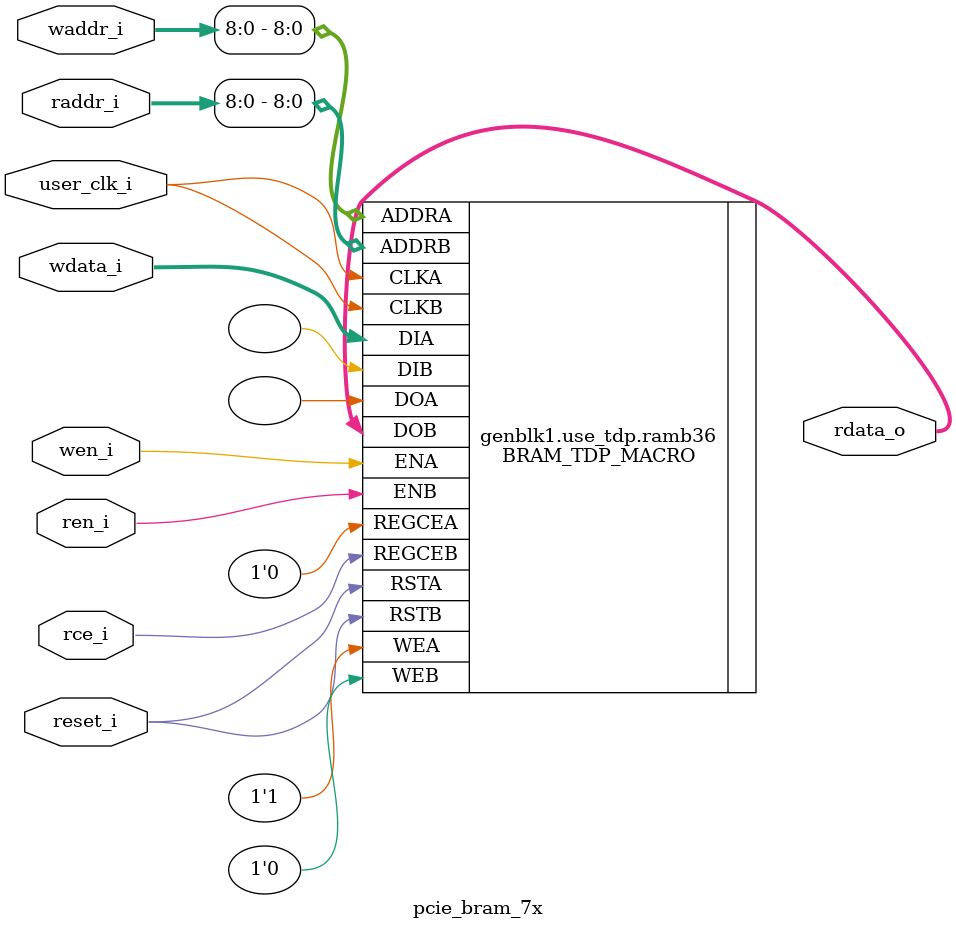
<source format=v>

`timescale 1ns/1ns

module pcie_bram_7x
  #(
    parameter [3:0]  LINK_CAP_MAX_LINK_SPEED = 4'h1,
    parameter [5:0]  LINK_CAP_MAX_LINK_WIDTH = 6'h08,
    parameter IMPL_TARGET = "HARD",// the implementation target
    parameter DOB_REG = 0,// 1 use the output register 0 don't use the output register
    parameter WIDTH = 0   // supported WIDTH's are: 4, 9, 18, 36 (uses RAMB36) and 72 (uses RAMB36SDP)
    )
    (
     input               user_clk_i,// user clock
     input               reset_i,   // bram reset
    
     input               wen_i,     // write enable
     input [12:0]        waddr_i,   // write address
     input [WIDTH - 1:0] wdata_i,   // write data

     input               ren_i,     // read enable
     input               rce_i,     // output register clock enable
     input [12:0]        raddr_i,   // read address

     output [WIDTH - 1:0] rdata_o   // read data
     );

   // map the address bits
   localparam ADDR_MSB = ((WIDTH == 4)  ? 12 :
                          (WIDTH == 9)  ? 11 :
                          (WIDTH == 18) ? 10 :
                          (WIDTH == 36) ?  9 :
                                           8
                          );

   // set the width of the tied off low address bits
   localparam ADDR_LO_BITS = ((WIDTH == 4)  ? 2 :
                              (WIDTH == 9)  ? 3 :
                              (WIDTH == 18) ? 4 :
                              (WIDTH == 36) ? 5 :
                                              0 // for WIDTH 72 use RAMB36SDP
                              );

   // map the data bits
   localparam D_MSB =  ((WIDTH == 4)  ?  3 :
                        (WIDTH == 9)  ?  7 :
                        (WIDTH == 18) ? 15 :
                        (WIDTH == 36) ? 31 :
                                        63
                        );

   // map the data parity bits
   localparam DP_LSB =  D_MSB + 1;

   localparam DP_MSB =  ((WIDTH == 4)  ? 4 :
                         (WIDTH == 9)  ? 8 :
                         (WIDTH == 18) ? 17 :
                         (WIDTH == 36) ? 35 :
                                         71
                        );

   localparam DPW = DP_MSB - DP_LSB + 1;
   localparam WRITE_MODE = ((LINK_CAP_MAX_LINK_SPEED == 4'h2) && (LINK_CAP_MAX_LINK_WIDTH == 6'h08)) ? "WRITE_FIRST" : "NO_CHANGE";

   localparam DEVICE = (IMPL_TARGET == "HARD") ? "7SERIES" : "VIRTEX6";
   localparam BRAM_SIZE = "36Kb";

   localparam WE_WIDTH =(DEVICE == "VIRTEX5" || DEVICE == "VIRTEX6" || DEVICE == "7SERIES") ? ( (WIDTH <= 9) ? 1 : (WIDTH > 9 && WIDTH <= 18) ? 2 : (WIDTH > 18 && WIDTH <= 36) ? 4 : (WIDTH > 36 && WIDTH <= 72) ? 8 : (BRAM_SIZE == "18Kb") ? 4 : 8 ) : 8;

   //synthesis translate_off
   initial begin
      //$display("[%t] %m DOB_REG %0d WIDTH %0d ADDR_MSB %0d ADDR_LO_BITS %0d DP_MSB %0d DP_LSB %0d D_MSB %0d",
      //          $time, DOB_REG,   WIDTH,    ADDR_MSB,    ADDR_LO_BITS,    DP_MSB,    DP_LSB,    D_MSB);

      case (WIDTH)
        4,9,18,36,72:;
        default: 
          begin
             $display("[%t] %m Error WIDTH %0d not supported", $time, WIDTH);
             $finish;
          end
      endcase // case (WIDTH)
   end
   //synthesis translate_on

   generate
   if((LINK_CAP_MAX_LINK_WIDTH == 6'h08 && LINK_CAP_MAX_LINK_SPEED == 4'h2) || (WIDTH == 72) )begin : use_sdp
        BRAM_SDP_MACRO #(
               .DEVICE        (DEVICE),
               .BRAM_SIZE     (BRAM_SIZE),
               .DO_REG        (DOB_REG),
               .READ_WIDTH    (WIDTH),
               .WRITE_WIDTH   (WIDTH),
               .WRITE_MODE    (WRITE_MODE)
               )
        ramb36sdp(
               .DO             (rdata_o[WIDTH-1:0]),
               .DI             (wdata_i[WIDTH-1:0]),
               .RDADDR         (raddr_i[ADDR_MSB:0]), 
               .RDCLK          (user_clk_i), 
               .RDEN           (ren_i), 
               .REGCE          (rce_i),
               .RST            (reset_i),
               //.WE             ({WE_WIDTH{wen_i}}),
               .WE             ({WE_WIDTH{1'b1}}),
               .WRADDR         (waddr_i[ADDR_MSB:0]), 
               .WRCLK          (user_clk_i), 
               .WREN           (wen_i)
               );

    end  // block: use_sdp
    else if (WIDTH <= 36) begin : use_tdp
    // use RAMB36's if the width is 4, 9, 18, or 36   
        BRAM_TDP_MACRO #(
               .DEVICE        (DEVICE),
               .BRAM_SIZE     (BRAM_SIZE),
               .DOA_REG       (0),
               .DOB_REG       (DOB_REG),
               .READ_WIDTH_A  (WIDTH),
               .READ_WIDTH_B  (WIDTH),
               .WRITE_WIDTH_A (WIDTH),
               .WRITE_WIDTH_B (WIDTH),
               .WRITE_MODE_A  (WRITE_MODE)
               )
        ramb36(
               .DOA            (),
               .DOB            (rdata_o[WIDTH-1:0]),
               .ADDRA          (waddr_i[ADDR_MSB:0]), 
               .ADDRB          (raddr_i[ADDR_MSB:0]), 
               .CLKA           (user_clk_i), 
               .CLKB           (user_clk_i), 
               .DIA            (wdata_i[WIDTH-1:0]),
	       .DIB            ({WIDTH{1'b0}}),
               .ENA            (wen_i), 
               .ENB            (ren_i), 
               .REGCEA         (1'b0),
               .REGCEB         (rce_i),
               .RSTA           (reset_i),
               .RSTB           (reset_i),
               //.WEA            ({WE_WIDTH{wen_i}}),
               .WEA            ({WE_WIDTH{1'b1}}),
               .WEB            ({WE_WIDTH{1'b0}})
               );
   end // block: use_tdp
   endgenerate

endmodule // pcie_bram_7x

</source>
